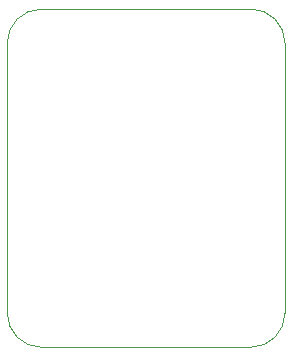
<source format=gbr>
%TF.GenerationSoftware,KiCad,Pcbnew,9.0.6*%
%TF.CreationDate,2025-12-26T02:16:26-08:00*%
%TF.ProjectId,NVG Monocular,4e564720-4d6f-46e6-9f63-756c61722e6b,rev?*%
%TF.SameCoordinates,Original*%
%TF.FileFunction,Profile,NP*%
%FSLAX46Y46*%
G04 Gerber Fmt 4.6, Leading zero omitted, Abs format (unit mm)*
G04 Created by KiCad (PCBNEW 9.0.6) date 2025-12-26 02:16:26*
%MOMM*%
%LPD*%
G01*
G04 APERTURE LIST*
%TA.AperFunction,Profile*%
%ADD10C,0.050000*%
%TD*%
G04 APERTURE END LIST*
D10*
X140754100Y-72851900D02*
X158499300Y-72851900D01*
X161382200Y-75734800D02*
X161382200Y-98602800D01*
X158499300Y-101485700D02*
X140754100Y-101485700D01*
X161382200Y-98602800D02*
G75*
G02*
X158499300Y-101485700I-2882900J0D01*
G01*
X137871200Y-75734800D02*
G75*
G02*
X140754100Y-72851900I2882900J0D01*
G01*
X140754100Y-101485700D02*
G75*
G02*
X137871200Y-98602800I0J2882900D01*
G01*
X137871200Y-98602800D02*
X137871200Y-75734800D01*
X158499300Y-72851900D02*
G75*
G02*
X161382200Y-75734800I0J-2882900D01*
G01*
M02*

</source>
